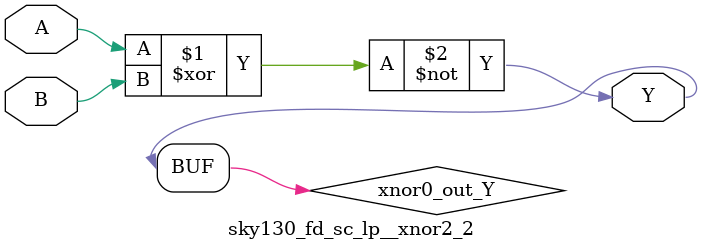
<source format=v>
/*
 * Copyright 2020 The SkyWater PDK Authors
 *
 * Licensed under the Apache License, Version 2.0 (the "License");
 * you may not use this file except in compliance with the License.
 * You may obtain a copy of the License at
 *
 *     https://www.apache.org/licenses/LICENSE-2.0
 *
 * Unless required by applicable law or agreed to in writing, software
 * distributed under the License is distributed on an "AS IS" BASIS,
 * WITHOUT WARRANTIES OR CONDITIONS OF ANY KIND, either express or implied.
 * See the License for the specific language governing permissions and
 * limitations under the License.
 *
 * SPDX-License-Identifier: Apache-2.0
*/


`ifndef SKY130_FD_SC_LP__XNOR2_2_FUNCTIONAL_V
`define SKY130_FD_SC_LP__XNOR2_2_FUNCTIONAL_V

/**
 * xnor2: 2-input exclusive NOR.
 *
 *        Y = !(A ^ B)
 *
 * Verilog simulation functional model.
 */

`timescale 1ns / 1ps
`default_nettype none

`celldefine
module sky130_fd_sc_lp__xnor2_2 (
    Y,
    A,
    B
);

    // Module ports
    output Y;
    input  A;
    input  B;

    // Local signals
    wire xnor0_out_Y;

    //   Name   Output       Other arguments
    xnor xnor0 (xnor0_out_Y, A, B           );
    buf  buf0  (Y          , xnor0_out_Y    );

endmodule
`endcelldefine

`default_nettype wire
`endif  // SKY130_FD_SC_LP__XNOR2_2_FUNCTIONAL_V

</source>
